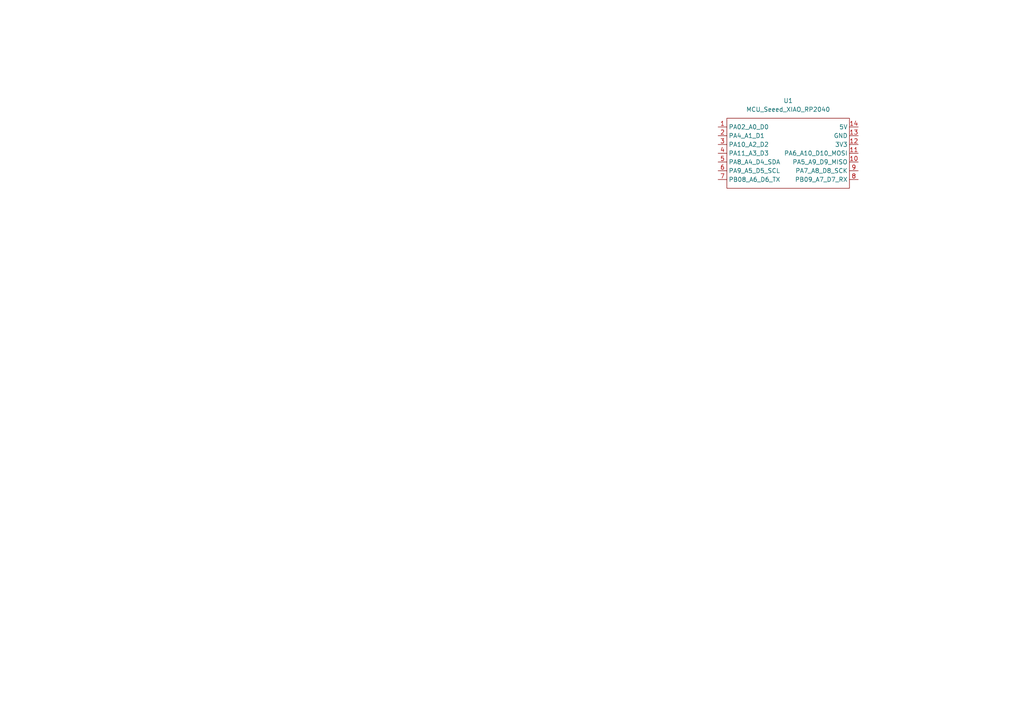
<source format=kicad_sch>
(kicad_sch (version 20250114) (generator "eeschema") (generator_version "9.0")
  (paper "A4")
  (lib_symbols
    (symbol "ScottoKeebs:MCU_Seeed_XIAO_RP2040"
      (property "Reference" "U" (at -16.51 11.43 0))
      (property "Value" "MCU_Seeed_XIAO_RP2040" (at -3.81 -11.43 0))
      (symbol "MCU_Seeed_XIAO_RP2040_0_1"
        (rectangle (start -16.51 10.16) (end 19.05 -10.16))
      )
      (symbol "MCU_Seeed_XIAO_RP2040_1_1"
        (pin passive line (at -19.05 7.62 0) (length 2.54) (name "PA02_A0_D0") (number "1"))
        (pin passive line (at -19.05 5.08 0) (length 2.54) (name "PA4_A1_D1") (number "2"))
        (pin passive line (at -19.05 2.54 0) (length 2.54) (name "PA10_A2_D2") (number "3"))
        (pin passive line (at -19.05 0 0) (length 2.54) (name "PA11_A3_D3") (number "4"))
        (pin passive line (at -19.05 -2.54 0) (length 2.54) (name "PA8_A4_D4_SDA") (number "5"))
        (pin passive line (at -19.05 -5.08 0) (length 2.54) (name "PA9_A5_D5_SCL") (number "6"))
        (pin passive line (at -19.05 -7.62 0) (length 2.54) (name "PB08_A6_D6_TX") (number "7"))
        (pin passive line (at 21.59 7.62 180) (length 2.54) (name "5V") (number "14"))
        (pin passive line (at 21.59 5.08 180) (length 2.54) (name "GND") (number "13"))
        (pin passive line (at 21.59 2.54 180) (length 2.54) (name "3V3") (number "12"))
        (pin passive line (at 21.59 0 180) (length 2.54) (name "PA6_A10_D10_MOSI") (number "11"))
        (pin passive line (at 21.59 -2.54 180) (length 2.54) (name "PA5_A9_D9_MISO") (number "10"))
        (pin passive line (at 21.59 -5.08 180) (length 2.54) (name "PA7_A8_D8_SCK") (number "9"))
        (pin passive line (at 21.59 -7.62 180) (length 2.54) (name "PB09_A7_D7_RX") (number "8"))
      )
    )
  )
  (symbol (lib_id "ScottoKeebs:MCU_Seeed_XIAO_RP2040") (at 227.33 44.45 0) (unit 1)
    (property "Reference" "U1" (at 228.6 29.21 0))
    (property "Value" "MCU_Seeed_XIAO_RP2040" (at 228.6 31.75 0))
  )
)
</source>
